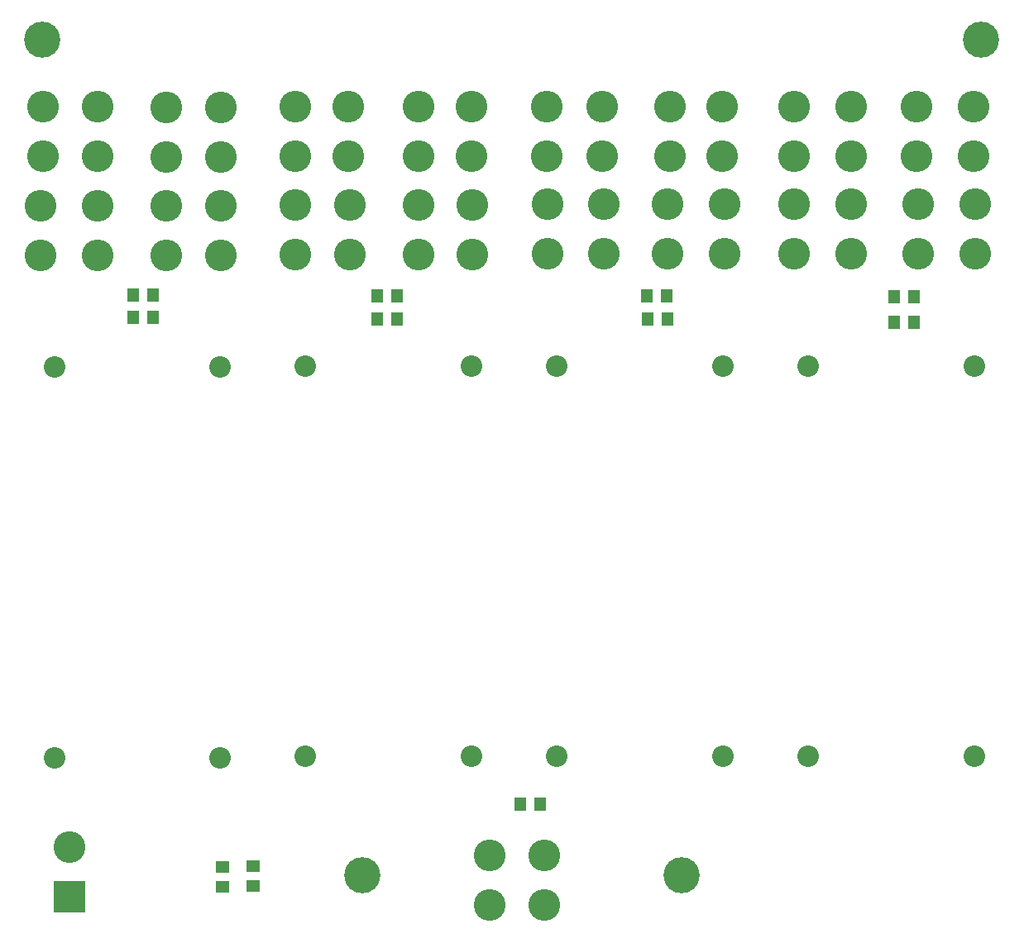
<source format=gbs>
G04 Layer_Color=16711935*
%FSLAX24Y24*%
%MOIN*%
G70*
G01*
G75*
%ADD22C,0.1280*%
%ADD23C,0.0867*%
%ADD24C,0.1458*%
%ADD25R,0.1280X0.1280*%
%ADD26R,0.0480X0.0580*%
%ADD27R,0.0580X0.0480*%
G54D22*
X-9606Y37433D02*
D03*
Y35433D02*
D03*
X-7306D02*
D03*
Y37433D02*
D03*
X-29724Y41370D02*
D03*
Y39370D02*
D03*
X-27598Y41370D02*
D03*
Y39370D02*
D03*
X-9646Y41370D02*
D03*
Y39370D02*
D03*
X-7346D02*
D03*
Y41370D02*
D03*
X-29724Y37394D02*
D03*
Y35394D02*
D03*
X-27559Y37394D02*
D03*
Y35394D02*
D03*
X-12283Y35441D02*
D03*
Y37441D02*
D03*
X-14583D02*
D03*
Y35441D02*
D03*
X-32480Y37394D02*
D03*
Y35394D02*
D03*
X-34680Y37394D02*
D03*
Y35394D02*
D03*
X-12283Y39378D02*
D03*
Y41378D02*
D03*
X-14583D02*
D03*
Y39378D02*
D03*
X-32559Y41370D02*
D03*
Y39370D02*
D03*
X-34685Y41370D02*
D03*
Y39370D02*
D03*
X-19685Y37433D02*
D03*
Y35433D02*
D03*
X-17402Y35441D02*
D03*
Y37441D02*
D03*
X-19606Y41370D02*
D03*
Y39370D02*
D03*
X-17480Y41370D02*
D03*
Y39370D02*
D03*
X-22267Y35433D02*
D03*
Y37433D02*
D03*
X-24528Y37433D02*
D03*
Y35433D02*
D03*
X-22323Y39378D02*
D03*
Y41378D02*
D03*
X-24567Y41370D02*
D03*
Y39370D02*
D03*
X-24646Y9181D02*
D03*
Y11181D02*
D03*
X-26850D02*
D03*
Y9181D02*
D03*
X-39882Y41331D02*
D03*
Y39331D02*
D03*
X-37682Y41331D02*
D03*
Y39331D02*
D03*
X-42668Y41370D02*
D03*
Y39370D02*
D03*
X-44868Y41370D02*
D03*
Y39370D02*
D03*
X-39882Y37354D02*
D03*
Y35354D02*
D03*
X-37682Y37354D02*
D03*
Y35354D02*
D03*
X-42646Y35362D02*
D03*
Y37362D02*
D03*
X-44946Y37354D02*
D03*
Y35354D02*
D03*
X-43780Y11488D02*
D03*
G54D23*
X-37717Y15118D02*
D03*
X-44409D02*
D03*
X-37717Y30866D02*
D03*
X-44409D02*
D03*
X-27585Y15157D02*
D03*
X-34278D02*
D03*
X-27585Y30906D02*
D03*
X-34278D02*
D03*
X-7323Y15157D02*
D03*
X-14016D02*
D03*
X-7323Y30906D02*
D03*
X-14016D02*
D03*
X-17454Y15157D02*
D03*
X-24147D02*
D03*
X-17454Y30906D02*
D03*
X-24147D02*
D03*
G54D24*
X-44882Y44055D02*
D03*
X-7047D02*
D03*
X-32008Y10354D02*
D03*
X-19134D02*
D03*
G54D25*
X-43780Y9488D02*
D03*
G54D26*
X-31391Y32795D02*
D03*
X-30591D02*
D03*
X-24843Y13228D02*
D03*
X-25643D02*
D03*
X-41220Y33780D02*
D03*
X-40420D02*
D03*
X-41233Y32874D02*
D03*
X-40433D02*
D03*
X-31391Y33740D02*
D03*
X-30591D02*
D03*
X-20512D02*
D03*
X-19712D02*
D03*
X-20485Y32795D02*
D03*
X-19685D02*
D03*
X-10551Y33701D02*
D03*
X-9751D02*
D03*
X-10564Y32677D02*
D03*
X-9764D02*
D03*
G54D27*
X-36378Y10721D02*
D03*
Y9921D02*
D03*
X-37638Y10709D02*
D03*
Y9909D02*
D03*
M02*

</source>
